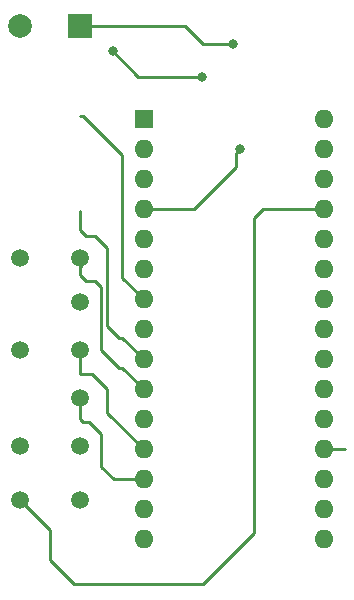
<source format=gbr>
%TF.GenerationSoftware,KiCad,Pcbnew,(5.1.9)-1*%
%TF.CreationDate,2023-04-30T12:58:08+02:00*%
%TF.ProjectId,NANO_Bot,4e414e4f-5f42-46f7-942e-6b696361645f,rev?*%
%TF.SameCoordinates,Original*%
%TF.FileFunction,Copper,L1,Top*%
%TF.FilePolarity,Positive*%
%FSLAX46Y46*%
G04 Gerber Fmt 4.6, Leading zero omitted, Abs format (unit mm)*
G04 Created by KiCad (PCBNEW (5.1.9)-1) date 2023-04-30 12:58:08*
%MOMM*%
%LPD*%
G01*
G04 APERTURE LIST*
%TA.AperFunction,ComponentPad*%
%ADD10C,1.500000*%
%TD*%
%TA.AperFunction,ComponentPad*%
%ADD11R,1.600000X1.600000*%
%TD*%
%TA.AperFunction,ComponentPad*%
%ADD12O,1.600000X1.600000*%
%TD*%
%TA.AperFunction,ComponentPad*%
%ADD13C,2.000000*%
%TD*%
%TA.AperFunction,ComponentPad*%
%ADD14R,2.000000X2.000000*%
%TD*%
%TA.AperFunction,ViaPad*%
%ADD15C,0.800000*%
%TD*%
%TA.AperFunction,Conductor*%
%ADD16C,0.250000*%
%TD*%
G04 APERTURE END LIST*
D10*
%TO.P,LP_rund,1*%
%TO.N,Net-(A1-Pad27)*%
X111506000Y-344932000D03*
%TD*%
%TO.P,LP_rund,1*%
%TO.N,Net-(A1-Pad29)*%
X111506000Y-340360000D03*
%TD*%
%TO.P,LP_rund,1*%
%TO.N,Net-(A1-Pad16)*%
X116586000Y-344932000D03*
%TD*%
%TO.P,LP_rund,1*%
%TO.N,Net-(A1-Pad13)*%
X116586000Y-336296000D03*
%TD*%
%TO.P,LP_rund,1*%
%TO.N,Net-(A1-Pad12)*%
X116586000Y-332232000D03*
%TD*%
%TO.P,LP_rund,1*%
%TO.N,Net-(A1-Pad14)*%
X116586000Y-340360000D03*
%TD*%
%TO.P,LP_rund,1*%
%TO.N,Net-(A1-Pad11)*%
X116586000Y-328168000D03*
%TD*%
%TO.P,LP_rund,1*%
%TO.N,Net-(A1-Pad10)*%
X116586000Y-324394284D03*
%TD*%
%TO.P,LP_rund,1*%
%TO.N,Net-(A1-Pad29)*%
X111506000Y-332232000D03*
%TD*%
%TO.P,LP_rund,1*%
%TO.N,Net-(A1-Pad29)*%
X111506000Y-324394284D03*
%TD*%
D11*
%TO.P,A1,1*%
%TO.N,Net-(A1-Pad1)*%
X121951001Y-312695001D03*
D12*
%TO.P,A1,17*%
%TO.N,Net-(A1-Pad17)*%
X137191001Y-345715001D03*
%TO.P,A1,2*%
%TO.N,Net-(A1-Pad2)*%
X121951001Y-315235001D03*
%TO.P,A1,18*%
%TO.N,Net-(A1-Pad18)*%
X137191001Y-343175001D03*
%TO.P,A1,3*%
%TO.N,Net-(A1-Pad28)*%
X121951001Y-317775001D03*
%TO.P,A1,19*%
%TO.N,Net-(A1-Pad19)*%
X137191001Y-340635001D03*
%TO.P,A1,4*%
%TO.N,Net-(A1-Pad29)*%
X121951001Y-320315001D03*
%TO.P,A1,20*%
%TO.N,Net-(A1-Pad20)*%
X137191001Y-338095001D03*
%TO.P,A1,5*%
%TO.N,Net-(A1-Pad5)*%
X121951001Y-322855001D03*
%TO.P,A1,21*%
%TO.N,Net-(A1-Pad21)*%
X137191001Y-335555001D03*
%TO.P,A1,6*%
%TO.N,Net-(A1-Pad6)*%
X121951001Y-325395001D03*
%TO.P,A1,22*%
%TO.N,Net-(A1-Pad22)*%
X137191001Y-333015001D03*
%TO.P,A1,7*%
%TO.N,Net-(A1-Pad7)*%
X121951001Y-327935001D03*
%TO.P,A1,23*%
%TO.N,Net-(A1-Pad23)*%
X137191001Y-330475001D03*
%TO.P,A1,8*%
%TO.N,Net-(A1-Pad8)*%
X121951001Y-330475001D03*
%TO.P,A1,24*%
%TO.N,Net-(A1-Pad24)*%
X137191001Y-327935001D03*
%TO.P,A1,9*%
%TO.N,Net-(A1-Pad9)*%
X121951001Y-333015001D03*
%TO.P,A1,25*%
%TO.N,Net-(A1-Pad25)*%
X137191001Y-325395001D03*
%TO.P,A1,10*%
%TO.N,Net-(A1-Pad10)*%
X121951001Y-335555001D03*
%TO.P,A1,26*%
%TO.N,Net-(A1-Pad26)*%
X137191001Y-322855001D03*
%TO.P,A1,11*%
%TO.N,Net-(A1-Pad11)*%
X121951001Y-338095001D03*
%TO.P,A1,27*%
%TO.N,Net-(A1-Pad27)*%
X137191001Y-320315001D03*
%TO.P,A1,12*%
%TO.N,Net-(A1-Pad12)*%
X121951001Y-340635001D03*
%TO.P,A1,28*%
%TO.N,Net-(A1-Pad28)*%
X137191001Y-317775001D03*
%TO.P,A1,13*%
%TO.N,Net-(A1-Pad13)*%
X121951001Y-343175001D03*
%TO.P,A1,29*%
%TO.N,Net-(A1-Pad29)*%
X137191001Y-315235001D03*
%TO.P,A1,14*%
%TO.N,Net-(A1-Pad14)*%
X121951001Y-345715001D03*
%TO.P,A1,30*%
%TO.N,Net-(A1-Pad30)*%
X137191001Y-312695001D03*
%TO.P,A1,15*%
%TO.N,Net-(A1-Pad15)*%
X121951001Y-348255001D03*
%TO.P,A1,16*%
%TO.N,Net-(A1-Pad16)*%
X137191001Y-348255001D03*
%TD*%
D13*
%TO.P,GND,1*%
%TO.N,Net-(A1-Pad29)*%
X111506000Y-304800000D03*
D14*
%TO.P,GND,2*%
%TO.N,Net-(A1-Pad30)*%
X116586000Y-304800000D03*
%TD*%
D15*
%TO.N,Net-(A1-Pad29)*%
X126920000Y-309110000D03*
X119320000Y-306920000D03*
X130069001Y-315235001D03*
%TO.N,Net-(A1-Pad30)*%
X129540000Y-306324000D03*
%TD*%
D16*
%TO.N,Net-(A1-Pad19)*%
X137191001Y-340635001D02*
X138959001Y-340635001D01*
%TO.N,Net-(A1-Pad29)*%
X121510000Y-309110000D02*
X119320000Y-306920000D01*
X126920000Y-309110000D02*
X121510000Y-309110000D01*
X121951001Y-320315001D02*
X126216999Y-320315001D01*
X126216999Y-320315001D02*
X129794000Y-316738000D01*
X129794000Y-315510002D02*
X130069001Y-315235001D01*
X129794000Y-316738000D02*
X129794000Y-315510002D01*
%TO.N,Net-(A1-Pad7)*%
X121951001Y-327935001D02*
X120152000Y-326136000D01*
X120152000Y-326136000D02*
X120152000Y-315732000D01*
X116840000Y-312420000D02*
X116586000Y-312420000D01*
X120152000Y-315732000D02*
X116840000Y-312420000D01*
%TO.N,Net-(A1-Pad9)*%
X121951001Y-333015001D02*
X120152000Y-331216000D01*
X120152000Y-331216000D02*
X119888000Y-331216000D01*
X119888000Y-331216000D02*
X118872000Y-330200000D01*
X118872000Y-330200000D02*
X118872000Y-323596000D01*
X118872000Y-323596000D02*
X117856000Y-322580000D01*
X117856000Y-322580000D02*
X117094000Y-322580000D01*
X116586000Y-322072000D02*
X116586000Y-320402856D01*
X117094000Y-322580000D02*
X116586000Y-322072000D01*
%TO.N,Net-(A1-Pad10)*%
X116650000Y-325174000D02*
X116650000Y-325130000D01*
X121951001Y-335555001D02*
X120152000Y-333756000D01*
X120152000Y-333756000D02*
X119888000Y-333756000D01*
X119888000Y-333756000D02*
X118364000Y-332232000D01*
X118364000Y-332232000D02*
X118364000Y-326898000D01*
X118364000Y-326898000D02*
X117856000Y-326390000D01*
X117856000Y-326390000D02*
X117094000Y-326390000D01*
X116586000Y-325882000D02*
X116586000Y-324394284D01*
X117094000Y-326390000D02*
X116586000Y-325882000D01*
%TO.N,Net-(A1-Pad11)*%
X116650000Y-327714000D02*
X116650000Y-327670000D01*
%TO.N,Net-(A1-Pad27)*%
X131318000Y-321056000D02*
X132058999Y-320315001D01*
X131318000Y-347726000D02*
X131318000Y-321056000D01*
X127000000Y-352044000D02*
X131318000Y-347726000D01*
X116078000Y-352044000D02*
X127000000Y-352044000D01*
X132058999Y-320315001D02*
X137191001Y-320315001D01*
X114046000Y-350012000D02*
X116078000Y-352044000D01*
X114046000Y-347472000D02*
X111506000Y-344932000D01*
X114046000Y-350012000D02*
X114046000Y-347472000D01*
%TO.N,Net-(A1-Pad12)*%
X121951001Y-340635001D02*
X118882000Y-337566000D01*
X118882000Y-337566000D02*
X118882000Y-335544000D01*
X118882000Y-335544000D02*
X117602000Y-334264000D01*
X117602000Y-334264000D02*
X116586000Y-334264000D01*
X116586000Y-334264000D02*
X116586000Y-332232000D01*
%TO.N,Net-(A1-Pad13)*%
X121951001Y-343175001D02*
X119401001Y-343175001D01*
X119401001Y-343175001D02*
X118364000Y-342138000D01*
X118364000Y-342138000D02*
X118364000Y-339344000D01*
X118364000Y-339344000D02*
X117348000Y-338328000D01*
X117348000Y-338328000D02*
X116840000Y-338328000D01*
X116586000Y-338074000D02*
X116586000Y-336296000D01*
X116840000Y-338328000D02*
X116586000Y-338074000D01*
%TO.N,Net-(A1-Pad30)*%
X116586000Y-304800000D02*
X125476000Y-304800000D01*
X127000000Y-306324000D02*
X129540000Y-306324000D01*
X125476000Y-304800000D02*
X127000000Y-306324000D01*
%TD*%
M02*

</source>
